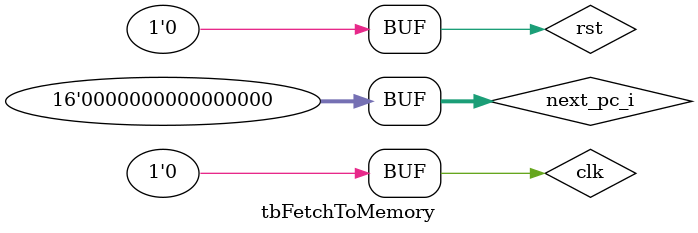
<source format=sv>
module tbFetchToMemory #(
    parameter REGI_BITS = 4,
    parameter VECT_BITS = 2,
    parameter VECT_LANES = 3,
    parameter MEMO_LINES = 64,
    parameter REGI_SIZE = 16,
    parameter VECT_SIZE = 8,
    parameter ELEM_SIZE = 8
)();
    logic                 clk, rst;
    logic [REGI_SIZE-1:0] next_pc_p1;

    // Fetch Var
    logic        int_we;
    logic [REGI_SIZE-1:0] int_a_i, int_wd_i;
    logic [REGI_SIZE-1:0] int_rd_o;
    logic [REGI_SIZE-1:0] next_pc_i, next_pc_o;
    logic [REGI_SIZE-1:0] instr_p, instr_o;

    // Decode Var
	 logic [REGI_BITS-1:0]             reg_dest_o;
	 logic [VECT_BITS-1:0]             vec_dest_o;
	 logic [REGI_SIZE-1:0]             intOper1;
	 logic [REGI_SIZE-1:0]             intOper2;
	 logic [(ELEM_SIZE*VECT_SIZE)-1:0] vOper1;
	 logic [(ELEM_SIZE*VECT_SIZE)-1:0] vOper2;
	 logic [(ELEM_SIZE*VECT_SIZE)-1:0] vOperImm, vOperCop;
	 logic [REGI_BITS-1:0] intRegDest;
	 logic [VECT_BITS-1:0] vecRegDest; 
	 logic [1:0] cond;
	 logic enableAluInt;
	 logic enableAluV;
	 logic enableMem;
	 logic enableJump;
	 logic enableSwap;
	 logic flagEnd;
	 logic flagNop;
	 logic flagImm;
	 logic [7:0] ImmOut;
	 logic [2:0] aluOpcode;
	 logic [9:0] jumpAddress;
	 logic flagMemRead;
	 logic flagMemWrite;
	 logic [2:0] swapBitOrigin;
	 logic [2:0] swapBitDest;
	 logic isOper1V;
	 logic isOper2V;
	 logic isOper1Int;
	 logic isOper2Int;
	 logic writeResultInt;
	 logic writeResultV;
	 logic [3:0] alu_flags_to_dec, alu_flags_to_exe;

    // Execute Var
     logic             [REGI_SIZE-1:0] ialu_res_o;
     logic [(ELEM_SIZE*VECT_SIZE)-1:0] valu_res_o;
     logic                             enableMem_o;
     logic                             enableReg_o;
	 logic                             enableJump_o;
     logic                             flagMemRead_o;
	 logic                             flagMemWrite_o;
     logic                             isOper1V_o;
	 logic isOper2V_o;
	 logic isOper1Int_o;
	 logic isOper2Int_o;
	 logic writeResultInt_o;
	 logic writeResultV_o;
     logic [REGI_BITS-1:0] intRegDest_o;
	 logic [VECT_BITS-1:0] vecRegDest_o, memo_res_o;

         // Memory Var
     logic                 enableReg_f;
	 logic                 enableJump_f;
     logic                 flagMemRead_f;
     logic                 flagEnd_f;
	 logic                 flagNop_f;
     logic           [9:0] jumpAddress_f;
     logic                 writeResultInt_f;
	 logic                 writeResultV_f;
     logic [(ELEM_SIZE*VECT_SIZE)-1:0] int_rd_f;
     logic [REGI_BITS-1:0] intRegDest_f;
	 logic [VECT_BITS-1:0] vecRegDest_f, memo_res_f;
    

    fStage #(REGI_BITS, REGI_SIZE) 
        dut(.clk_i(clk), .rst_i(rst),
            .next_pc_i(next_pc_o),
            .next_pc_o(next_pc_p1),
            .instr_o(instr_p)
            );

    fPipe #(REGI_BITS, REGI_SIZE) 
        ifid_pipe(.clk_i(clk), .rst_i(rst),
            .next_pc_i(next_pc_p1),
            .instr_i(instr_p),
            .next_pc_o(next_pc_i),
            .instr_o(instr_o)
            );

    superDecoder #(REGI_BITS, VECT_BITS, VECT_LANES, MEMO_LINES, REGI_SIZE, VECT_SIZE, ELEM_SIZE)
        decoder(.clk(clk||rst), .rst(rst), 
            .instruction(instr_o),
            .next_pc_i(next_pc_i),
            .int_dest_i(intRegDest_f),
            .vec_dest_i(vecRegDest_f),
            .int_we_i(writeResultInt_f),
            .vec_we_i(writeResultV_f),
            .reg_dest_o(reg_dest_o),
            .vec_dest_o(vec_dest_o),
            .vOper1(vOper1), 
            .vOper2(vOper2),
            .intOper1(intOper1), 
            .intOper2(intOper2), 
            .vOperImm(vOperImm), 
            .vOperCop(vOperCop),
            .alu_flags_i(alu_flags_to_dec),
            .cond(cond),
            .enableAluInt(enableAluInt), 
            .enableAluV(enableAluV), 
            .enableMem(enableMem), 
            .enableJump(enableJump), 
            .flagImm(flagImm), 
            .ImmOut(ImmOut),
            .jumpAddress(jumpAddress),
            .flagEnd(flagEnd),
            .flagNop(flagNop),
            .flagMemRead(flagMemRead),
            .flagMemWrite(flagMemWrite),
            .swapBitOrigin(swapBitOrigin),
            .swapBitDest(swapBitDest),
            .intRegDest(intRegDest),
            //.vRegDest(vRegDest),
            .enableSwap(enableSwap),
            .aluOpcode(aluOpcode),
            .isOper1V(isOper1V),
	        .isOper2V(isOper2V),
            .isOper1Int(isOper1Int),
            .isOper2Int(isOper2Int),
            .writeResultInt(writeResultInt),
            .writeResultV(writeResultV),
            .alu_flags_o(alu_flags_to_exe)
            );
    

    
    superExecute #(REGI_BITS, VECT_BITS, VECT_LANES, MEMO_LINES, REGI_SIZE, VECT_SIZE, ELEM_SIZE)
        execute(.clk_i(clk), .rst_i(rst),
            .int_rsa_i(intOper1), 
            .int_rsb_i(intOper2),
            .vec_rsa_i(vOper1), 
            .vec_rsb_i(vOper2),
            .alu_flags_i(alu_flags_to_exe),
            .writeResultInt(writeResultInt),
            .writeResultV(writeResultV),
            .intRegDest_i(intRegDest),
            .vecRegDest_i(vecRegDest),

            .cond(cond),
            .enableAluInt(enableAluInt), 
            .enableAluV(enableAluV), 
            .enableMem(enableMem), 
            .enableJump(enableJump), 
            .enableReg(enableReg),
            .flagImm(flagImm), 
            .ImmOut(ImmOut),
            .jumpAddress(jumpAddress),
            .flagEnd(flagEnd),
            .flagNop(flagNop),
            .flagMemRead(flagMemRead),
            .flagMemWrite(flagMemWrite),
            .swapBitOrigin(swapBitOrigin),
            .swapBitDest(swapBitDest),
            .enableSwap(enableSwap),
            .aluOpcode(aluOpcode),
            .ialu_res_o(ialu_res_o),
            .valu_res_o(valu_res_o),
            .enableMem_o(enableMem_o),
            .enableReg_o(enableReg_o), 
            .enableJump_o(enableJump_o), 
            .flagMemRead_o(flagMemRead_o),
            .flagMemWrite_o(flagMemWrite_o),
            .alu_flags_o(alu_flags_to_dec),
            .writeResultInt_o(writeResultInt_o),
            .writeResultV_o(writeResultV_o),
            .intRegDest_o(intRegDest_o),
            .vecRegDest_o(vecRegDest_o),
            .mem_res_o(memo_res_o)
            );
    



    superMemory #(REGI_BITS, VECT_BITS, VECT_LANES, MEMO_LINES, REGI_SIZE, VECT_SIZE, ELEM_SIZE)
            memory(.clk_i(clk), .rst_i(rst),
                .int_a_i(valu_res_o),
                .int_wd_i(memo_res_o),
                .enableMem(enableMem_o), 
                .enableJump(enableJump_o), 
                .enableReg(enableReg_o),
                .jumpAddress(jumpAddress_o),
                .flagEnd(flagEnd_o),
                .flagNop(flagNop_o),
                .flagMemRead(flagMemRead_o),
                .flagMemWrite(flagMemWrite_o),
                .writeResultInt(writeResultInt_o),
                .writeResultV(writeResultV_o),

                .int_rd_f(int_rd_f),
                .enableJump_f(enableJump_f), 
                .enableReg_f(enableReg_f),
                .jumpAddress_f(jumpAddress_f),
                .flagEnd_f(flagEnd_f),
                .flagNop_f(flagNop_f),
                .flagMemRead_f(flagMemRead),
                .writeResultInt_f(writeResultInt_f),
                .writeResultV_f(writeResultV_f),
                .intRegDest_f(intRegDest_f),
                .vecRegDest_f(vecRegDest_f),
                .memo_res_f(memo_res_f)
                );

    // jumpAddress_f tiene 10 bits se necesitan 16.
    // mux2 #(REGI_SIZE) pc_selector(next_pc_i, jumpAddress_f, enableJump_f, next_pc_o);

    initial begin
        #0 
        rst <= 1;
        
        #50
        rst <= 0;
        next_pc_i <= 0;
    end
    always begin
        #5 clk <= 1;
        #5 clk <= 0;
    end
endmodule
</source>
